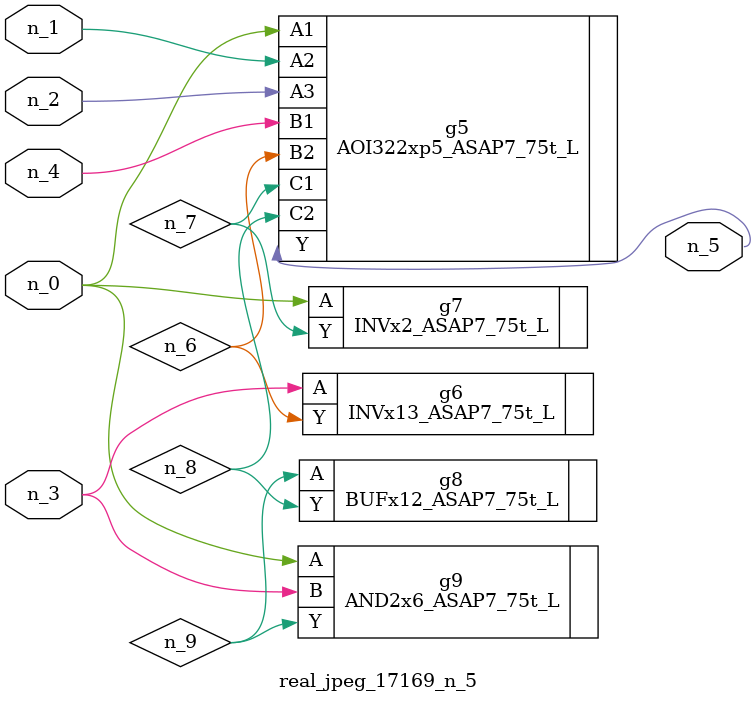
<source format=v>
module real_jpeg_17169_n_5 (n_4, n_0, n_1, n_2, n_3, n_5);

input n_4;
input n_0;
input n_1;
input n_2;
input n_3;

output n_5;

wire n_8;
wire n_6;
wire n_7;
wire n_9;

AOI322xp5_ASAP7_75t_L g5 ( 
.A1(n_0),
.A2(n_1),
.A3(n_2),
.B1(n_4),
.B2(n_6),
.C1(n_7),
.C2(n_8),
.Y(n_5)
);

INVx2_ASAP7_75t_L g7 ( 
.A(n_0),
.Y(n_7)
);

AND2x6_ASAP7_75t_L g9 ( 
.A(n_0),
.B(n_3),
.Y(n_9)
);

INVx13_ASAP7_75t_L g6 ( 
.A(n_3),
.Y(n_6)
);

BUFx12_ASAP7_75t_L g8 ( 
.A(n_9),
.Y(n_8)
);


endmodule
</source>
